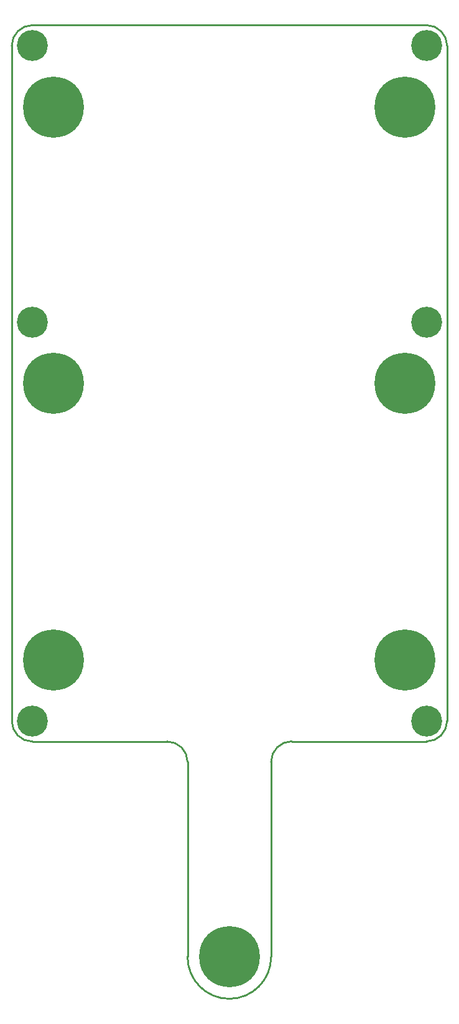
<source format=gts>
G04 #@! TF.FileFunction,Soldermask,Top*
%FSLAX46Y46*%
G04 Gerber Fmt 4.6, Leading zero omitted, Abs format (unit mm)*
G04 Created by KiCad (PCBNEW 0.201504221001+5618~22~ubuntu14.04.1-product) date Fri 24 Apr 2015 02:03:34 PM EDT*
%MOMM*%
G01*
G04 APERTURE LIST*
%ADD10C,0.100000*%
%ADD11C,0.228600*%
%ADD12C,4.210000*%
%ADD13C,8.274000*%
G04 APERTURE END LIST*
D10*
D11*
X49326800Y-151968200D02*
G75*
G03X60706000Y-151968200I5689600J0D01*
G01*
X60706000Y-125476000D02*
X60706000Y-151968200D01*
X49326800Y-125476000D02*
X49326800Y-151968200D01*
X63500000Y-122682000D02*
G75*
G03X60706000Y-125476000I0J-2794000D01*
G01*
X49326800Y-125476000D02*
G75*
G03X46558200Y-122707400I-2768600J0D01*
G01*
X63500000Y-122707400D02*
X81864200Y-122707400D01*
X28194000Y-122707400D02*
X46532800Y-122707400D01*
X28194000Y-25400000D02*
G75*
G03X25400000Y-28194000I0J-2794000D01*
G01*
X81864200Y-122707400D02*
G75*
G03X84658200Y-119913400I0J2794000D01*
G01*
X84658200Y-28194000D02*
X84658200Y-119913400D01*
X25400000Y-119913400D02*
G75*
G03X28194000Y-122707400I2794000J0D01*
G01*
X25400000Y-28194000D02*
X25400000Y-119913400D01*
X84658200Y-28194000D02*
G75*
G03X81864200Y-25400000I-2794000J0D01*
G01*
X28194000Y-25400000D02*
X81864200Y-25400000D01*
D12*
X28194000Y-28194000D03*
X81864200Y-28194000D03*
X28194000Y-65735200D03*
X81864200Y-65735200D03*
X28194000Y-119913400D03*
X81864200Y-119913400D03*
D13*
X31089600Y-36499800D03*
X78943200Y-36499800D03*
X31089600Y-74041000D03*
X78943200Y-74041000D03*
X31089600Y-111607600D03*
X78943200Y-111607600D03*
X55016400Y-151968200D03*
M02*

</source>
